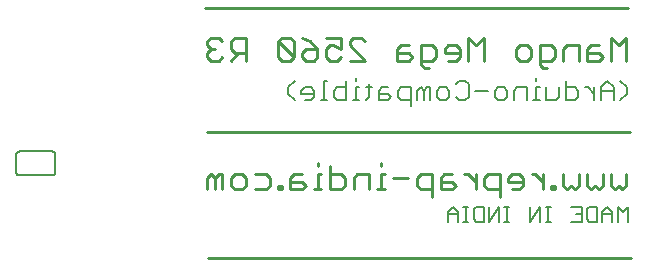
<source format=gbo>
G75*
G70*
%OFA0B0*%
%FSLAX24Y24*%
%IPPOS*%
%LPD*%
%AMOC8*
5,1,8,0,0,1.08239X$1,22.5*
%
%ADD10C,0.0060*%
%ADD11C,0.0070*%
%ADD12C,0.0090*%
%ADD13C,0.0100*%
D10*
X026160Y011604D02*
X026160Y011937D01*
X026327Y012104D01*
X026494Y011937D01*
X026494Y011604D01*
X026670Y011604D02*
X026837Y011604D01*
X026754Y011604D02*
X026754Y012104D01*
X026837Y012104D02*
X026670Y012104D01*
X026494Y011854D02*
X026160Y011854D01*
X027019Y011687D02*
X027019Y012021D01*
X027103Y012104D01*
X027353Y012104D01*
X027353Y011604D01*
X027103Y011604D01*
X027019Y011687D01*
X027535Y011604D02*
X027535Y012104D01*
X027869Y012104D02*
X027535Y011604D01*
X027869Y011604D02*
X027869Y012104D01*
X028046Y012104D02*
X028212Y012104D01*
X028129Y012104D02*
X028129Y011604D01*
X028212Y011604D02*
X028046Y011604D01*
X028910Y011604D02*
X028910Y012104D01*
X029244Y012104D02*
X028910Y011604D01*
X029244Y011604D02*
X029244Y012104D01*
X029421Y012104D02*
X029587Y012104D01*
X029504Y012104D02*
X029504Y011604D01*
X029587Y011604D02*
X029421Y011604D01*
X030285Y011604D02*
X030619Y011604D01*
X030619Y012104D01*
X030285Y012104D01*
X030452Y011854D02*
X030619Y011854D01*
X030801Y011687D02*
X030801Y012021D01*
X030884Y012104D01*
X031134Y012104D01*
X031134Y011604D01*
X030884Y011604D01*
X030801Y011687D01*
X031316Y011604D02*
X031316Y011937D01*
X031483Y012104D01*
X031650Y011937D01*
X031650Y011604D01*
X031832Y011604D02*
X031832Y012104D01*
X031999Y011937D01*
X032166Y012104D01*
X032166Y011604D01*
X031650Y011854D02*
X031316Y011854D01*
X013080Y013250D02*
X013080Y013850D01*
X013078Y013867D01*
X013074Y013884D01*
X013067Y013900D01*
X013057Y013914D01*
X013044Y013927D01*
X013030Y013937D01*
X013014Y013944D01*
X012997Y013948D01*
X012980Y013950D01*
X011880Y013950D01*
X011863Y013948D01*
X011846Y013944D01*
X011830Y013937D01*
X011816Y013927D01*
X011803Y013914D01*
X011793Y013900D01*
X011786Y013884D01*
X011782Y013867D01*
X011780Y013850D01*
X011780Y013250D01*
X011782Y013233D01*
X011786Y013216D01*
X011793Y013200D01*
X011803Y013186D01*
X011816Y013173D01*
X011830Y013163D01*
X011846Y013156D01*
X011863Y013152D01*
X011880Y013150D01*
X012980Y013150D01*
X012997Y013152D01*
X013014Y013156D01*
X013030Y013163D01*
X013044Y013173D01*
X013057Y013186D01*
X013067Y013200D01*
X013074Y013216D01*
X013078Y013233D01*
X013080Y013250D01*
D11*
X020846Y015874D02*
X020846Y016084D01*
X021056Y016294D01*
X021281Y015979D02*
X021281Y015874D01*
X021701Y015874D01*
X021701Y015979D02*
X021596Y016084D01*
X021386Y016084D01*
X021281Y015979D01*
X021386Y015664D02*
X021596Y015664D01*
X021701Y015769D01*
X021701Y015979D01*
X021920Y015664D02*
X022131Y015664D01*
X022026Y015664D02*
X022026Y016294D01*
X022131Y016294D01*
X022355Y015979D02*
X022460Y016084D01*
X022775Y016084D01*
X022775Y016294D02*
X022775Y015664D01*
X022460Y015664D01*
X022355Y015769D01*
X022355Y015979D01*
X022995Y015664D02*
X023205Y015664D01*
X023100Y015664D02*
X023100Y016084D01*
X023205Y016084D01*
X023424Y016084D02*
X023635Y016084D01*
X023530Y016189D02*
X023530Y015769D01*
X023424Y015664D01*
X023859Y015664D02*
X023859Y015979D01*
X023964Y016084D01*
X024174Y016084D01*
X024174Y015874D02*
X023859Y015874D01*
X023859Y015664D02*
X024174Y015664D01*
X024279Y015769D01*
X024174Y015874D01*
X024503Y015979D02*
X024503Y015769D01*
X024608Y015664D01*
X024924Y015664D01*
X024924Y015454D02*
X024924Y016084D01*
X024608Y016084D01*
X024503Y015979D01*
X025148Y015979D02*
X025148Y015664D01*
X025358Y015664D02*
X025358Y015979D01*
X025253Y016084D01*
X025148Y015979D01*
X025358Y015979D02*
X025463Y016084D01*
X025568Y016084D01*
X025568Y015664D01*
X025792Y015769D02*
X025792Y015979D01*
X025898Y016084D01*
X026108Y016084D01*
X026213Y015979D01*
X026213Y015769D01*
X026108Y015664D01*
X025898Y015664D01*
X025792Y015769D01*
X026437Y015769D02*
X026542Y015664D01*
X026752Y015664D01*
X026857Y015769D01*
X026857Y016189D01*
X026752Y016294D01*
X026542Y016294D01*
X026437Y016189D01*
X027082Y015979D02*
X027502Y015979D01*
X027726Y015979D02*
X027726Y015769D01*
X027831Y015664D01*
X028041Y015664D01*
X028146Y015769D01*
X028146Y015979D01*
X028041Y016084D01*
X027831Y016084D01*
X027726Y015979D01*
X028371Y015979D02*
X028371Y015664D01*
X028371Y015979D02*
X028476Y016084D01*
X028791Y016084D01*
X028791Y015664D01*
X029011Y015664D02*
X029221Y015664D01*
X029116Y015664D02*
X029116Y016084D01*
X029221Y016084D01*
X029445Y016084D02*
X029445Y015664D01*
X029760Y015664D01*
X029865Y015769D01*
X029865Y016084D01*
X030089Y016084D02*
X030405Y016084D01*
X030510Y015979D01*
X030510Y015769D01*
X030405Y015664D01*
X030089Y015664D01*
X030089Y016294D01*
X030732Y016084D02*
X030837Y016084D01*
X031047Y015874D01*
X031047Y015664D02*
X031047Y016084D01*
X031271Y016084D02*
X031271Y015664D01*
X031271Y015979D02*
X031691Y015979D01*
X031691Y016084D02*
X031481Y016294D01*
X031271Y016084D01*
X031691Y016084D02*
X031691Y015664D01*
X031911Y015664D02*
X032121Y015874D01*
X032121Y016084D01*
X031911Y016294D01*
X029116Y016294D02*
X029116Y016399D01*
X023100Y016399D02*
X023100Y016294D01*
X021056Y015664D02*
X020846Y015874D01*
D12*
X020896Y016973D02*
X020640Y016973D01*
X020511Y017101D01*
X020511Y017615D01*
X021025Y017101D01*
X020896Y016973D01*
X021025Y017101D02*
X021025Y017615D01*
X020896Y017744D01*
X020640Y017744D01*
X020511Y017615D01*
X021303Y017744D02*
X021560Y017615D01*
X021817Y017358D01*
X021431Y017358D01*
X021303Y017230D01*
X021303Y017101D01*
X021431Y016973D01*
X021688Y016973D01*
X021817Y017101D01*
X021817Y017358D01*
X022095Y017358D02*
X022095Y017101D01*
X022223Y016973D01*
X022480Y016973D01*
X022609Y017101D01*
X022609Y017358D02*
X022352Y017487D01*
X022223Y017487D01*
X022095Y017358D01*
X022095Y017744D02*
X022609Y017744D01*
X022609Y017358D01*
X022887Y017487D02*
X022887Y017615D01*
X023015Y017744D01*
X023272Y017744D01*
X023401Y017615D01*
X022887Y017487D02*
X023401Y016973D01*
X022887Y016973D01*
X024471Y016973D02*
X024856Y016973D01*
X024984Y017101D01*
X024856Y017230D01*
X024471Y017230D01*
X024471Y017358D02*
X024471Y016973D01*
X024471Y017358D02*
X024599Y017487D01*
X024856Y017487D01*
X025262Y017487D02*
X025648Y017487D01*
X025776Y017358D01*
X025776Y017101D01*
X025648Y016973D01*
X025262Y016973D01*
X025262Y016845D02*
X025262Y017487D01*
X026054Y017358D02*
X026054Y017230D01*
X026568Y017230D01*
X026568Y017358D02*
X026568Y017101D01*
X026440Y016973D01*
X026183Y016973D01*
X025519Y016716D02*
X025391Y016716D01*
X025262Y016845D01*
X026054Y017358D02*
X026183Y017487D01*
X026440Y017487D01*
X026568Y017358D01*
X026846Y016973D02*
X026846Y017744D01*
X027103Y017487D01*
X027360Y017744D01*
X027360Y016973D01*
X028430Y017101D02*
X028430Y017358D01*
X028558Y017487D01*
X028815Y017487D01*
X028944Y017358D01*
X028944Y017101D01*
X028815Y016973D01*
X028558Y016973D01*
X028430Y017101D01*
X029222Y016973D02*
X029607Y016973D01*
X029736Y017101D01*
X029736Y017358D01*
X029607Y017487D01*
X029222Y017487D01*
X029222Y016845D01*
X029350Y016716D01*
X029479Y016716D01*
X030014Y016973D02*
X030014Y017358D01*
X030142Y017487D01*
X030527Y017487D01*
X030527Y016973D01*
X030806Y016973D02*
X031191Y016973D01*
X031319Y017101D01*
X031191Y017230D01*
X030806Y017230D01*
X030806Y017358D02*
X030806Y016973D01*
X030806Y017358D02*
X030934Y017487D01*
X031191Y017487D01*
X031597Y017744D02*
X031597Y016973D01*
X032111Y016973D02*
X032111Y017744D01*
X031854Y017487D01*
X031597Y017744D01*
X023932Y013581D02*
X023932Y013452D01*
X023932Y013195D02*
X023932Y012682D01*
X024060Y012682D02*
X023804Y012682D01*
X023533Y012682D02*
X023533Y013195D01*
X023147Y013195D01*
X023019Y013067D01*
X023019Y012682D01*
X022741Y012810D02*
X022741Y013067D01*
X022612Y013195D01*
X022227Y013195D01*
X022227Y013452D02*
X022227Y012682D01*
X022612Y012682D01*
X022741Y012810D01*
X021949Y012682D02*
X021692Y012682D01*
X021820Y012682D02*
X021820Y013195D01*
X021949Y013195D01*
X021820Y013452D02*
X021820Y013581D01*
X021292Y013195D02*
X021036Y013195D01*
X020907Y013067D01*
X020907Y012682D01*
X021292Y012682D01*
X021421Y012810D01*
X021292Y012939D01*
X020907Y012939D01*
X020629Y012810D02*
X020501Y012810D01*
X020501Y012682D01*
X020629Y012682D01*
X020629Y012810D01*
X020233Y012810D02*
X020233Y013067D01*
X020105Y013195D01*
X019719Y013195D01*
X019441Y013067D02*
X019441Y012810D01*
X019313Y012682D01*
X019056Y012682D01*
X018927Y012810D01*
X018927Y013067D01*
X019056Y013195D01*
X019313Y013195D01*
X019441Y013067D01*
X019719Y012682D02*
X020105Y012682D01*
X020233Y012810D01*
X018649Y012682D02*
X018649Y013195D01*
X018521Y013195D01*
X018392Y013067D01*
X018264Y013195D01*
X018136Y013067D01*
X018136Y012682D01*
X018392Y012682D02*
X018392Y013067D01*
X023932Y013195D02*
X024060Y013195D01*
X024339Y013067D02*
X024852Y013067D01*
X025130Y013067D02*
X025130Y012810D01*
X025259Y012682D01*
X025644Y012682D01*
X025644Y012425D02*
X025644Y013195D01*
X025259Y013195D01*
X025130Y013067D01*
X025922Y013067D02*
X025922Y012682D01*
X026308Y012682D01*
X026436Y012810D01*
X026308Y012939D01*
X025922Y012939D01*
X025922Y013067D02*
X026051Y013195D01*
X026308Y013195D01*
X026711Y013195D02*
X026839Y013195D01*
X027096Y012939D01*
X027096Y013195D02*
X027096Y012682D01*
X027374Y012810D02*
X027374Y013067D01*
X027503Y013195D01*
X027888Y013195D01*
X027888Y012425D01*
X027888Y012682D02*
X027503Y012682D01*
X027374Y012810D01*
X028166Y012939D02*
X028680Y012939D01*
X028680Y013067D02*
X028551Y013195D01*
X028294Y013195D01*
X028166Y013067D01*
X028166Y012939D01*
X028294Y012682D02*
X028551Y012682D01*
X028680Y012810D01*
X028680Y013067D01*
X028954Y013195D02*
X029083Y013195D01*
X029340Y012939D01*
X029340Y013195D02*
X029340Y012682D01*
X029607Y012682D02*
X029736Y012682D01*
X029736Y012810D01*
X029607Y012810D01*
X029607Y012682D01*
X030014Y012810D02*
X030014Y013195D01*
X030527Y013195D02*
X030527Y012810D01*
X030399Y012682D01*
X030271Y012810D01*
X030142Y012682D01*
X030014Y012810D01*
X030806Y012810D02*
X030806Y013195D01*
X031319Y013195D02*
X031319Y012810D01*
X031191Y012682D01*
X031062Y012810D01*
X030934Y012682D01*
X030806Y012810D01*
X031597Y012810D02*
X031597Y013195D01*
X032111Y013195D02*
X032111Y012810D01*
X031983Y012682D01*
X031854Y012810D01*
X031726Y012682D01*
X031597Y012810D01*
X019441Y016973D02*
X019441Y017744D01*
X019056Y017744D01*
X018927Y017615D01*
X018927Y017358D01*
X019056Y017230D01*
X019441Y017230D01*
X019184Y017230D02*
X018927Y016973D01*
X018649Y017101D02*
X018521Y016973D01*
X018264Y016973D01*
X018136Y017101D01*
X018136Y017230D01*
X018264Y017358D01*
X018392Y017358D01*
X018264Y017358D02*
X018136Y017487D01*
X018136Y017615D01*
X018264Y017744D01*
X018521Y017744D01*
X018649Y017615D01*
D13*
X018180Y010393D02*
X032274Y010393D01*
X032235Y014605D02*
X018140Y014605D01*
X018062Y018739D02*
X032156Y018739D01*
M02*

</source>
